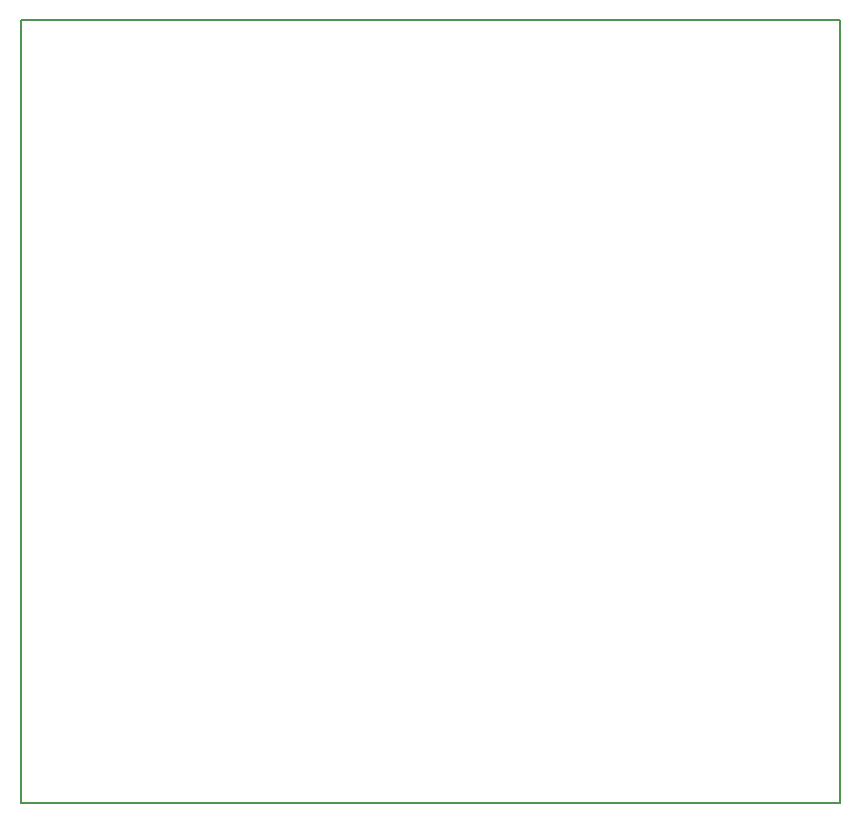
<source format=gm1>
G04 #@! TF.FileFunction,Profile,NP*
%FSLAX46Y46*%
G04 Gerber Fmt 4.6, Leading zero omitted, Abs format (unit mm)*
G04 Created by KiCad (PCBNEW 4.0.5) date 03/19/17 16:49:19*
%MOMM*%
%LPD*%
G01*
G04 APERTURE LIST*
%ADD10C,0.100000*%
%ADD11C,0.150000*%
G04 APERTURE END LIST*
D10*
D11*
X134112000Y-154178000D02*
X134112000Y-87884000D01*
X203454000Y-154178000D02*
X134112000Y-154178000D01*
X203454000Y-87884000D02*
X203454000Y-154178000D01*
X134112000Y-87884000D02*
X203454000Y-87884000D01*
M02*

</source>
